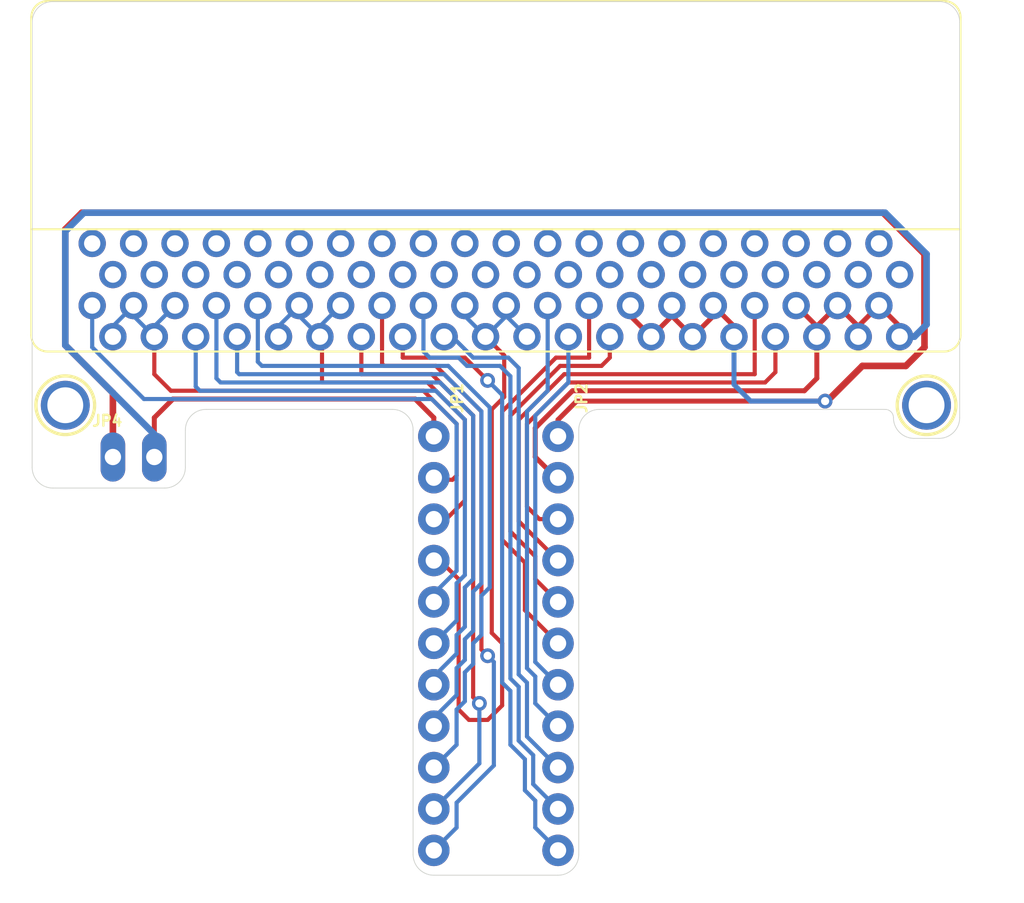
<source format=kicad_pcb>
(kicad_pcb (version 20221018) (generator pcbnew)
  (layers (0 "F.Cu" signal) (31 "B.Cu" signal) (34 "B.Paste" user) (35 "F.Paste" user) (36 "B.SilkS" user "B.Silkscreen") (37 "F.SilkS" user "F.Silkscreen") (38 "B.Mask" user) (39 "F.Mask" user) (44 "Edge.Cuts" user))
  (net 0 "")
  (net 1 "P3")
  (net 2 "P0")
  (net 3 "P4")
  (net 4 "P5")
  (net 5 "P6")
  (net 6 "P7")
  (net 7 "P1")
  (net 8 "P8")
  (net 9 "P9")
  (net 10 "P10")
  (net 11 "P11")
  (net 12 "P12")
  (net 13 "P2")
  (net 14 "P13")
  (net 15 "P14")
  (net 16 "P15")
  (net 17 "P16")
  (net 18 "SCL")
  (net 19 "SDA")
  (net 20 "3.3V")
  (net 21 "GND")
  (footprint "working:1X11_ROUND_76" (layer "F.Cu") (at 144.6911 117.5766 -90)
    (fp_text reference "JP1" (at -14.0462 -1.8288 -90) (layer "F.SilkS") (effects (font (size 0.666496 0.666496) (thickness 0.146304)) (justify left bottom)))
    (fp_text value "")
    (pad "1" thru_hole circle (at -12.7 0) (size 1.9304 1.9304) (drill 1) (layers "*.Cu" "*.Mask") (net 21 "GND"))
    (pad "2" thru_hole circle (at -10.16 0) (size 1.9304 1.9304) (drill 1) (layers "*.Cu" "*.Mask") (net 2 "P0"))
    (pad "3" thru_hole circle (at -7.62 0) (size 1.9304 1.9304) (drill 1) (layers "*.Cu" "*.Mask") (net 7 "P1"))
    (pad "4" thru_hole circle (at -5.08 0) (size 1.9304 1.9304) (drill 1) (layers "*.Cu" "*.Mask") (net 13 "P2"))
    (pad "5" thru_hole circle (at -2.54 0) (size 1.9304 1.9304) (drill 1) (layers "*.Cu" "*.Mask") (net 1 "P3"))
    (pad "6" thru_hole circle (at 0 0) (size 1.9304 1.9304) (drill 1) (layers "*.Cu" "*.Mask") (net 3 "P4"))
    (pad "7" thru_hole circle (at 2.54 0) (size 1.9304 1.9304) (drill 1) (layers "*.Cu" "*.Mask") (net 4 "P5"))
    (pad "8" thru_hole circle (at 5.08 0) (size 1.9304 1.9304) (drill 1) (layers "*.Cu" "*.Mask") (net 5 "P6"))
    (pad "9" thru_hole circle (at 7.62 0) (size 1.9304 1.9304) (drill 1) (layers "*.Cu" "*.Mask") (net 6 "P7"))
    (pad "10" thru_hole circle (at 10.16 0) (size 1.9304 1.9304) (drill 1) (layers "*.Cu" "*.Mask") (net 8 "P8"))
    (pad "11" thru_hole circle (at 12.7 0) (size 1.9304 1.9304) (drill 1) (layers "*.Cu" "*.Mask") (net 9 "P9"))
  )
  (footprint "working:1X02_OVAL" (layer "F.Cu") (at 126.2761 106.1466)
    (fp_text reference "JP4" (at -2.6162 -1.8288) (layer "F.SilkS") (effects (font (size 0.666496 0.666496) (thickness 0.146304)) (justify left bottom)))
    (fp_text value "")
    (pad "1" thru_hole oval (at -1.27 0 90) (size 3.016 1.508) (drill 1) (layers "*.Cu" "*.Mask") (net 20 "3.3V"))
    (pad "2" thru_hole oval (at 1.27 0 90) (size 3.016 1.508) (drill 1) (layers "*.Cu" "*.Mask") (net 21 "GND"))
  )
  (footprint "working:TBREADBIT_TOP" (layer "F.Cu") (at 120.0531 131.8006)
    (fp_text reference "U$6" hide)
    (fp_text value "" hide)
  )
  (footprint "working:MOUNTINGHOLE_2.0_PLATED" (layer "F.Cu") (at 122.0851 102.9716)
    (fp_text reference "U$10" hide)
    (fp_text value "MOUNTINGHOLE2.0" hide)
    (fp_circle (center 0 0) (end 1.8 0) (stroke (width 0.2032)) (fill none) (layer "F.SilkS"))
    (pad "P$1" thru_hole circle (at 0 0) (size 3 3) (drill 2.2) (layers "*.Cu" "*.Mask"))
  )
  (footprint "working:2X20_CARDEDGE_RA" (layer "F.Cu") (at 148.5011 92.1766)
    (fp_text reference "MB1" hide)
    (fp_text value "MICRO:BIT_RA" hide)
    (fp_line (start -28.5 -13) (end -28.5 0) (stroke (width 0.127)) (layer "F.SilkS"))
    (fp_line (start -28.5 0) (end -28.5 6.5) (stroke (width 0.127)) (layer "F.SilkS"))
    (fp_line (start -28.5 0) (end 28.5 0) (stroke (width 0.127)) (layer "F.SilkS"))
    (fp_line (start -27.5 7.5) (end 27.5 7.5) (stroke (width 0.127)) (layer "F.SilkS"))
    (fp_line (start 27.5 -14) (end -27.5 -14) (stroke (width 0.127)) (layer "F.SilkS"))
    (fp_line (start 28.5 0) (end 28.5 -13) (stroke (width 0.127)) (layer "F.SilkS"))
    (fp_line (start 28.5 6.5) (end 28.5 0) (stroke (width 0.127)) (layer "F.SilkS"))
    (fp_arc (start -28.5 -13) (mid -28.207107 -13.707107) (end -27.5 -14) (stroke (width 0.127)) (layer "F.SilkS"))
    (fp_arc (start -27.5 7.5) (mid -28.207107 7.207107) (end -28.5 6.5) (stroke (width 0.127)) (layer "F.SilkS"))
    (fp_arc (start 27.5 -14) (mid 28.207107 -13.707107) (end 28.5 -13) (stroke (width 0.127)) (layer "F.SilkS"))
    (fp_arc (start 28.5 6.5) (mid 28.207107 7.207107) (end 27.5 7.5) (stroke (width 0.127)) (layer "F.SilkS"))
    (pad "1" thru_hole circle (at -24.765 4.68) (size 1.6764 1.6764) (drill 1) (layers "*.Cu" "*.Mask") (net 1 "P3"))
    (pad "2" thru_hole circle (at -23.495 6.59) (size 1.6764 1.6764) (drill 1) (layers "*.Cu" "*.Mask") (net 2 "P0"))
    (pad "3" thru_hole circle (at -22.225 4.68) (size 1.6764 1.6764) (drill 1) (layers "*.Cu" "*.Mask") (net 2 "P0"))
    (pad "4" thru_hole circle (at -20.955 6.59) (size 1.6764 1.6764) (drill 1) (layers "*.Cu" "*.Mask") (net 2 "P0"))
    (pad "5" thru_hole circle (at -19.685 4.68) (size 1.6764 1.6764) (drill 1) (layers "*.Cu" "*.Mask") (net 2 "P0"))
    (pad "6" thru_hole circle (at -18.415 6.59) (size 1.6764 1.6764) (drill 1) (layers "*.Cu" "*.Mask") (net 3 "P4"))
    (pad "7" thru_hole circle (at -17.145 4.68) (size 1.6764 1.6764) (drill 1) (layers "*.Cu" "*.Mask") (net 4 "P5"))
    (pad "8" thru_hole circle (at -15.875 6.59) (size 1.6764 1.6764) (drill 1) (layers "*.Cu" "*.Mask") (net 5 "P6"))
    (pad "9" thru_hole circle (at -14.605 4.68) (size 1.6764 1.6764) (drill 1) (layers "*.Cu" "*.Mask") (net 6 "P7"))
    (pad "10" thru_hole circle (at -13.335 6.59) (size 1.6764 1.6764) (drill 1) (layers "*.Cu" "*.Mask") (net 7 "P1"))
    (pad "11" thru_hole circle (at -12.065 4.68) (size 1.6764 1.6764) (drill 1) (layers "*.Cu" "*.Mask") (net 7 "P1"))
    (pad "12" thru_hole circle (at -10.795 6.59) (size 1.6764 1.6764) (drill 1) (layers "*.Cu" "*.Mask") (net 7 "P1"))
    (pad "13" thru_hole circle (at -9.525 4.68) (size 1.6764 1.6764) (drill 1) (layers "*.Cu" "*.Mask") (net 7 "P1"))
    (pad "14" thru_hole circle (at -8.255 6.59) (size 1.6764 1.6764) (drill 1) (layers "*.Cu" "*.Mask") (net 8 "P8"))
    (pad "15" thru_hole circle (at -6.985 4.68) (size 1.6764 1.6764) (drill 1) (layers "*.Cu" "*.Mask") (net 9 "P9"))
    (pad "16" thru_hole circle (at -5.715 6.59) (size 1.6764 1.6764) (drill 1) (layers "*.Cu" "*.Mask") (net 10 "P10"))
    (pad "17" thru_hole circle (at -4.445 4.68) (size 1.6764 1.6764) (drill 1) (layers "*.Cu" "*.Mask") (net 11 "P11"))
    (pad "18" thru_hole circle (at -3.175 6.59) (size 1.6764 1.6764) (drill 1) (layers "*.Cu" "*.Mask") (net 12 "P12"))
    (pad "19" thru_hole circle (at -1.905 4.68) (size 1.6764 1.6764) (drill 1) (layers "*.Cu" "*.Mask") (net 13 "P2"))
    (pad "20" thru_hole circle (at -0.635 6.59) (size 1.6764 1.6764) (drill 1) (layers "*.Cu" "*.Mask") (net 13 "P2"))
    (pad "21" thru_hole circle (at 0.635 4.68) (size 1.6764 1.6764) (drill 1) (layers "*.Cu" "*.Mask") (net 13 "P2"))
    (pad "22" thru_hole circle (at 1.905 6.59) (size 1.6764 1.6764) (drill 1) (layers "*.Cu" "*.Mask") (net 13 "P2"))
    (pad "23" thru_hole circle (at 3.175 4.68) (size 1.6764 1.6764) (drill 1) (layers "*.Cu" "*.Mask") (net 14 "P13"))
    (pad "24" thru_hole circle (at 4.445 6.59) (size 1.6764 1.6764) (drill 1) (layers "*.Cu" "*.Mask") (net 15 "P14"))
    (pad "25" thru_hole circle (at 5.715 4.68) (size 1.6764 1.6764) (drill 1) (layers "*.Cu" "*.Mask") (net 16 "P15"))
    (pad "26" thru_hole circle (at 6.985 6.59) (size 1.6764 1.6764) (drill 1) (layers "*.Cu" "*.Mask") (net 17 "P16"))
    (pad "27" thru_hole circle (at 8.255 4.68) (size 1.6764 1.6764) (drill 1) (layers "*.Cu" "*.Mask") (net 20 "3.3V"))
    (pad "28" thru_hole circle (at 9.525 6.59) (size 1.6764 1.6764) (drill 1) (layers "*.Cu" "*.Mask") (net 20 "3.3V"))
    (pad "29" thru_hole circle (at 10.795 4.68) (size 1.6764 1.6764) (drill 1) (layers "*.Cu" "*.Mask") (net 20 "3.3V"))
    (pad "30" thru_hole circle (at 12.065 6.59) (size 1.6764 1.6764) (drill 1) (layers "*.Cu" "*.Mask") (net 20 "3.3V"))
    (pad "31" thru_hole circle (at 13.335 4.68) (size 1.6764 1.6764) (drill 1) (layers "*.Cu" "*.Mask") (net 20 "3.3V"))
    (pad "32" thru_hole circle (at 14.605 6.59) (size 1.6764 1.6764) (drill 1) (layers "*.Cu" "*.Mask") (net 20 "3.3V"))
    (pad "33" thru_hole circle (at 15.875 4.68) (size 1.6764 1.6764) (drill 1) (layers "*.Cu" "*.Mask") (net 18 "SCL"))
    (pad "34" thru_hole circle (at 17.145 6.59) (size 1.6764 1.6764) (drill 1) (layers "*.Cu" "*.Mask") (net 19 "SDA"))
    (pad "35" thru_hole circle (at 18.415 4.68) (size 1.6764 1.6764) (drill 1) (layers "*.Cu" "*.Mask") (net 21 "GND"))
    (pad "36" thru_hole circle (at 19.685 6.59) (size 1.6764 1.6764) (drill 1) (layers "*.Cu" "*.Mask") (net 21 "GND"))
    (pad "37" thru_hole circle (at 20.955 4.68) (size 1.6764 1.6764) (drill 1) (layers "*.Cu" "*.Mask") (net 21 "GND"))
    (pad "38" thru_hole circle (at 22.225 6.59) (size 1.6764 1.6764) (drill 1) (layers "*.Cu" "*.Mask") (net 21 "GND"))
    (pad "39" thru_hole circle (at 23.495 4.68) (size 1.6764 1.6764) (drill 1) (layers "*.Cu" "*.Mask") (net 21 "GND"))
    (pad "40" thru_hole circle (at 24.765 6.59) (size 1.6764 1.6764) (drill 1) (layers "*.Cu" "*.Mask") (net 21 "GND"))
    (pad "41" thru_hole circle (at 24.765 2.78 180) (size 1.6764 1.6764) (drill 1) (layers "*.Cu" "*.Mask"))
    (pad "42" thru_hole circle (at 23.495 0.87 180) (size 1.6764 1.6764) (drill 1) (layers "*.Cu" "*.Mask"))
    (pad "43" thru_hole circle (at 22.225 2.78 180) (size 1.6764 1.6764) (drill 1) (layers "*.Cu" "*.Mask"))
    (pad "44" thru_hole circle (at 20.955 0.87 180) (size 1.6764 1.6764) (drill 1) (layers "*.Cu" "*.Mask"))
    (pad "45" thru_hole circle (at 19.685 2.78 180) (size 1.6764 1.6764) (drill 1) (layers "*.Cu" "*.Mask"))
    (pad "46" thru_hole circle (at 18.415 0.87 180) (size 1.6764 1.6764) (drill 1) (layers "*.Cu" "*.Mask"))
    (pad "47" thru_hole circle (at 17.145 2.78 180) (size 1.6764 1.6764) (drill 1) (layers "*.Cu" "*.Mask"))
    (pad "48" thru_hole circle (at 15.875 0.87 180) (size 1.6764 1.6764) (drill 1) (layers "*.Cu" "*.Mask"))
    (pad "49" thru_hole circle (at 14.605 2.78 180) (size 1.6764 1.6764) (drill 1) (layers "*.Cu" "*.Mask"))
    (pad "50" thru_hole circle (at 13.335 0.87 180) (size 1.6764 1.6764) (drill 1) (layers "*.Cu" "*.Mask"))
    (pad "51" thru_hole circle (at 12.065 2.78 180) (size 1.6764 1.6764) (drill 1) (layers "*.Cu" "*.Mask"))
    (pad "52" thru_hole circle (at 10.795 0.87 180) (size 1.6764 1.6764) (drill 1) (layers "*.Cu" "*.Mask"))
    (pad "53" thru_hole circle (at 9.525 2.78 180) (size 1.6764 1.6764) (drill 1) (layers "*.Cu" "*.Mask"))
    (pad "54" thru_hole circle (at 8.255 0.87 180) (size 1.6764 1.6764) (drill 1) (layers "*.Cu" "*.Mask"))
    (pad "55" thru_hole circle (at 6.985 2.78 180) (size 1.6764 1.6764) (drill 1) (layers "*.Cu" "*.Mask"))
    (pad "56" thru_hole circle (at 5.715 0.87 180) (size 1.6764 1.6764) (drill 1) (layers "*.Cu" "*.Mask"))
    (pad "57" thru_hole circle (at 4.445 2.78 180) (size 1.6764 1.6764) (drill 1) (layers "*.Cu" "*.Mask"))
    (pad "58" thru_hole circle (at 3.175 0.87 180) (size 1.6764 1.6764) (drill 1) (layers "*.Cu" "*.Mask"))
    (pad "59" thru_hole circle (at 1.905 2.78 180) (size 1.6764 1.6764) (drill 1) (layers "*.Cu" "*.Mask"))
    (pad "60" thru_hole circle (at 0.635 0.87 180) (size 1.6764 1.6764) (drill 1) (layers "*.Cu" "*.Mask"))
    (pad "61" thru_hole circle (at -0.635 2.78 180) (size 1.6764 1.6764) (drill 1) (layers "*.Cu" "*.Mask"))
    (pad "62" thru_hole circle (at -1.905 0.87 180) (size 1.6764 1.6764) (drill 1) (layers "*.Cu" "*.Mask"))
    (pad "63" thru_hole circle (at -3.175 2.78 180) (size 1.6764 1.6764) (drill 1) (layers "*.Cu" "*.Mask"))
    (pad "64" thru_hole circle (at -4.445 0.87 180) (size 1.6764 1.6764) (drill 1) (layers "*.Cu" "*.Mask"))
    (pad "65" thru_hole circle (at -5.715 2.78 180) (size 1.6764 1.6764) (drill 1) (layers "*.Cu" "*.Mask"))
    (pad "66" thru_hole circle (at -6.985 0.87 180) (size 1.6764 1.6764) (drill 1) (layers "*.Cu" "*.Mask"))
    (pad "67" thru_hole circle (at -8.255 2.78 180) (size 1.6764 1.6764) (drill 1) (layers "*.Cu" "*.Mask"))
    (pad "68" thru_hole circle (at -9.525 0.87 180) (size 1.6764 1.6764) (drill 1) (layers "*.Cu" "*.Mask"))
    (pad "69" thru_hole circle (at -10.795 2.78 180) (size 1.6764 1.6764) (drill 1) (layers "*.Cu" "*.Mask"))
    (pad "70" thru_hole circle (at -12.065 0.87 180) (size 1.6764 1.6764) (drill 1) (layers "*.Cu" "*.Mask"))
    (pad "71" thru_hole circle (at -13.335 2.78 180) (size 1.6764 1.6764) (drill 1) (layers "*.Cu" "*.Mask"))
    (pad "72" thru_hole circle (at -14.605 0.87 180) (size 1.6764 1.6764) (drill 1) (layers "*.Cu" "*.Mask"))
    (pad "73" thru_hole circle (at -15.875 2.78 180) (size 1.6764 1.6764) (drill 1) (layers "*.Cu" "*.Mask"))
    (pad "74" thru_hole circle (at -17.145 0.87 180) (size 1.6764 1.6764) (drill 1) (layers "*.Cu" "*.Mask"))
    (pad "75" thru_hole circle (at -18.415 2.78 180) (size 1.6764 1.6764) (drill 1) (layers "*.Cu" "*.Mask"))
    (pad "76" thru_hole circle (at -19.685 0.87 180) (size 1.6764 1.6764) (drill 1) (layers "*.Cu" "*.Mask"))
    (pad "77" thru_hole circle (at -20.955 2.78 180) (size 1.6764 1.6764) (drill 1) (layers "*.Cu" "*.Mask"))
    (pad "78" thru_hole circle (at -22.225 0.87 180) (size 1.6764 1.6764) (drill 1) (layers "*.Cu" "*.Mask"))
    (pad "79" thru_hole circle (at -23.495 2.78 180) (size 1.6764 1.6764) (drill 1) (layers "*.Cu" "*.Mask"))
    (pad "80" thru_hole circle (at -24.765 0.87 180) (size 1.6764 1.6764) (drill 1) (layers "*.Cu" "*.Mask"))
  )
  (footprint "working:1X11_ROUND_76" (layer "F.Cu") (at 152.3111 117.5766 -90)
    (fp_text reference "JP2" (at -14.0462 -1.8288 -90) (layer "F.SilkS") (effects (font (size 0.666496 0.666496) (thickness 0.146304)) (justify left bottom)))
    (fp_text value "")
    (pad "1" thru_hole circle (at -12.7 0) (size 1.9304 1.9304) (drill 1) (layers "*.Cu" "*.Mask") (net 20 "3.3V"))
    (pad "2" thru_hole circle (at -10.16 0) (size 1.9304 1.9304) (drill 1) (layers "*.Cu" "*.Mask") (net 21 "GND"))
    (pad "3" thru_hole circle (at -7.62 0) (size 1.9304 1.9304) (drill 1) (layers "*.Cu" "*.Mask") (net 19 "SDA"))
    (pad "4" thru_hole circle (at -5.08 0) (size 1.9304 1.9304) (drill 1) (layers "*.Cu" "*.Mask") (net 18 "SCL"))
    (pad "5" thru_hole circle (at -2.54 0) (size 1.9304 1.9304) (drill 1) (layers "*.Cu" "*.Mask") (net 17 "P16"))
    (pad "6" thru_hole circle (at 0 0) (size 1.9304 1.9304) (drill 1) (layers "*.Cu" "*.Mask") (net 16 "P15"))
    (pad "7" thru_hole circle (at 2.54 0) (size 1.9304 1.9304) (drill 1) (layers "*.Cu" "*.Mask") (net 15 "P14"))
    (pad "8" thru_hole circle (at 5.08 0) (size 1.9304 1.9304) (drill 1) (layers "*.Cu" "*.Mask") (net 14 "P13"))
    (pad "9" thru_hole circle (at 7.62 0) (size 1.9304 1.9304) (drill 1) (layers "*.Cu" "*.Mask") (net 12 "P12"))
    (pad "10" thru_hole circle (at 10.16 0) (size 1.9304 1.9304) (drill 1) (layers "*.Cu" "*.Mask") (net 11 "P11"))
    (pad "11" thru_hole circle (at 12.7 0) (size 1.9304 1.9304) (drill 1) (layers "*.Cu" "*.Mask") (net 10 "P10"))
  )
  (footprint "working:MOUNTINGHOLE_2.0_PLATED" (layer "F.Cu") (at 174.9171 102.9716)
    (fp_text reference "U$9" hide)
    (fp_text value "MOUNTINGHOLE2.0" hide)
    (fp_circle (center 0 0) (end 1.8 0) (stroke (width 0.2032)) (fill none) (layer "F.SilkS"))
    (pad "P$1" thru_hole circle (at 0 0) (size 3 3) (drill 2.2) (layers "*.Cu" "*.Mask"))
  )
  (footprint "working:TBREADBIT_BOT" (layer "B.Cu") (at 176.9491 131.8006 180)
    (fp_text reference "U$3" hide)
    (fp_text value "" hide)
  )
  (gr_line (start 128.1811 108.0516) (end 121.3231 108.0516) (stroke (width 0.05)) (layer "Edge.Cuts"))
  (gr_arc (start 176.9491 103.7336) (mid 176.577126 104.631626) (end 175.6791 105.0036) (stroke (width 0.05)) (layer "Edge.Cuts"))
  (gr_arc (start 121.3231 108.0516) (mid 120.425074 107.679626) (end 120.0531 106.7816) (stroke (width 0.05)) (layer "Edge.Cuts"))
  (gr_arc (start 153.5811 104.4956) (mid 153.953074 103.597574) (end 154.8511 103.2256) (stroke (width 0.05)) (layer "Edge.Cuts"))
  (gr_line (start 153.5811 104.4956) (end 153.5811 130.5306) (stroke (width 0.05)) (layer "Edge.Cuts"))
  (gr_line (start 175.6791 105.0036) (end 174.1551 105.0036) (stroke (width 0.05)) (layer "Edge.Cuts"))
  (gr_line (start 120.0531 106.7816) (end 120.0531 79.4766) (stroke (width 0.05)) (layer "Edge.Cuts"))
  (gr_arc (start 174.1551 105.0036) (mid 173.257074 104.631626) (end 172.8851 103.7336) (stroke (width 0.05)) (layer "Edge.Cuts"))
  (gr_arc (start 142.1511 103.2256) (mid 143.049126 103.597574) (end 143.4211 104.4956) (stroke (width 0.05)) (layer "Edge.Cuts"))
  (gr_arc (start 144.6911 131.8006) (mid 143.793074 131.428626) (end 143.4211 130.5306) (stroke (width 0.05)) (layer "Edge.Cuts"))
  (gr_arc (start 120.0531 79.4766) (mid 120.425074 78.578574) (end 121.3231 78.2066) (stroke (width 0.05)) (layer "Edge.Cuts"))
  (gr_line (start 143.4211 130.5306) (end 143.4211 104.4956) (stroke (width 0.05)) (layer "Edge.Cuts"))
  (gr_arc (start 129.4511 106.7816) (mid 129.079126 107.679626) (end 128.1811 108.0516) (stroke (width 0.05)) (layer "Edge.Cuts"))
  (gr_line (start 129.4511 104.4956) (end 129.4511 106.7816) (stroke (width 0.05)) (layer "Edge.Cuts"))
  (gr_line (start 176.9491 79.4766) (end 176.9491 103.7336) (stroke (width 0.05)) (layer "Edge.Cuts"))
  (gr_arc (start 175.6791 78.2066) (mid 176.577126 78.578574) (end 176.9491 79.4766) (stroke (width 0.05)) (layer "Edge.Cuts"))
  (gr_line (start 152.3111 131.8006) (end 144.6911 131.8006) (stroke (width 0.05)) (layer "Edge.Cuts"))
  (gr_arc (start 172.3771 103.2256) (mid 172.73631 103.37439) (end 172.8851 103.7336) (stroke (width 0.05)) (layer "Edge.Cuts"))
  (gr_line (start 172.3771 103.2256) (end 154.8511 103.2256) (stroke (width 0.05)) (layer "Edge.Cuts"))
  (gr_line (start 142.1511 103.2256) (end 130.7211 103.2256) (stroke (width 0.05)) (layer "Edge.Cuts"))
  (gr_arc (start 153.5811 130.5306) (mid 153.209126 131.428626) (end 152.3111 131.8006) (stroke (width 0.05)) (layer "Edge.Cuts"))
  (gr_arc (start 129.4511 104.4956) (mid 129.823074 103.597574) (end 130.7211 103.2256) (stroke (width 0.05)) (layer "Edge.Cuts"))
  (gr_line (start 121.3231 78.2066) (end 175.6791 78.2066) (stroke (width 0.05)) (layer "Edge.Cuts"))
  (segment (start 146.0881 113.1316) (end 144.6911 114.5286) (width 0.254) (layer "B.Cu") (net 1))
  (segment (start 123.7361 96.8566) (end 123.7361 99.4156) (width 0.254) (layer "B.Cu") (net 1))
  (segment (start 144.5641 102.5906) (end 146.0881 104.1146) (width 0.254) (layer "B.Cu") (net 1))
  (segment (start 123.7361 99.4156) (end 126.9111 102.5906) (width 0.254) (layer "B.Cu") (net 1))
  (segment (start 126.9111 102.5906) (end 144.5641 102.5906) (width 0.254) (layer "B.Cu") (net 1))
  (segment (start 144.6911 114.5286) (end 144.6911 115.0366) (width 0.254) (layer "B.Cu") (net 1))
  (segment (start 146.0881 104.1146) (end 146.0881 113.1316) (width 0.254) (layer "B.Cu") (net 1))
  (segment (start 146.0881 107.2896) (end 145.8341 107.5436) (width 0.254) (layer "F.Cu") (net 2))
  (segment (start 144.8181 107.5436) (end 144.6911 107.4166) (width 0.254) (layer "F.Cu") (net 2))
  (segment (start 128.5621 102.0826) (end 144.0561 102.0826) (width 0.254) (layer "F.Cu") (net 2))
  (segment (start 146.0881 104.1146) (end 146.0881 107.2896) (width 0.254) (layer "F.Cu") (net 2))
  (segment (start 145.8341 107.5436) (end 144.8181 107.5436) (width 0.254) (layer "F.Cu") (net 2))
  (segment (start 127.5461 98.7666) (end 127.5461 101.0666) (width 0.254) (layer "F.Cu") (net 2))
  (segment (start 144.0561 102.0826) (end 146.0881 104.1146) (width 0.254) (layer "F.Cu") (net 2))
  (segment (start 127.5461 101.0666) (end 128.5621 102.0826) (width 0.254) (layer "F.Cu") (net 2))
  (segment (start 125.0061 98.1266) (end 126.2761 96.8566) (width 0.254) (layer "B.Cu") (net 2))
  (segment (start 127.5461 98.7666) (end 127.5461 98.1266) (width 0.254) (layer "B.Cu") (net 2))
  (segment (start 126.2761 97.4966) (end 127.5461 98.7666) (width 0.254) (layer "B.Cu") (net 2))
  (segment (start 126.2761 96.8566) (end 126.2761 97.4966) (width 0.254) (layer "B.Cu") (net 2))
  (segment (start 127.5461 98.1266) (end 128.8161 96.8566) (width 0.254) (layer "B.Cu") (net 2))
  (segment (start 125.0061 98.7666) (end 125.0061 98.1266) (width 0.254) (layer "B.Cu") (net 2))
  (segment (start 130.3401 102.0826) (end 144.8181 102.0826) (width 0.254) (layer "B.Cu") (net 3))
  (segment (start 130.0861 101.8286) (end 130.3401 102.0826) (width 0.254) (layer "B.Cu") (net 3))
  (segment (start 146.0881 113.8936) (end 146.0881 116.1796) (width 0.254) (layer "B.Cu") (net 3))
  (segment (start 146.5961 113.3856) (end 146.0881 113.8936) (width 0.254) (layer "B.Cu") (net 3))
  (segment (start 144.8181 102.0826) (end 146.5961 103.8606) (width 0.254) (layer "B.Cu") (net 3))
  (segment (start 146.5961 103.8606) (end 146.5961 113.3856) (width 0.254) (layer "B.Cu") (net 3))
  (segment (start 130.0861 98.7666) (end 130.0861 101.8286) (width 0.254) (layer "B.Cu") (net 3))
  (segment (start 146.0881 116.1796) (end 144.6911 117.5766) (width 0.254) (layer "B.Cu") (net 3))
  (segment (start 131.6101 101.5746) (end 145.0721 101.5746) (width 0.254) (layer "B.Cu") (net 4))
  (segment (start 146.5961 114.1476) (end 146.5961 116.5606) (width 0.254) (layer "B.Cu") (net 4))
  (segment (start 146.0881 117.0686) (end 146.0881 118.2116) (width 0.254) (layer "B.Cu") (net 4))
  (segment (start 144.6911 119.6086) (end 144.6911 120.1166) (width 0.254) (layer "B.Cu") (net 4))
  (segment (start 147.1041 113.6396) (end 146.5961 114.1476) (width 0.254) (layer "B.Cu") (net 4))
  (segment (start 146.5961 116.5606) (end 146.0881 117.0686) (width 0.254) (layer "B.Cu") (net 4))
  (segment (start 145.0721 101.5746) (end 147.1041 103.6066) (width 0.254) (layer "B.Cu") (net 4))
  (segment (start 147.1041 103.6066) (end 147.1041 113.6396) (width 0.254) (layer "B.Cu") (net 4))
  (segment (start 131.3561 96.8566) (end 131.3561 101.3206) (width 0.254) (layer "B.Cu") (net 4))
  (segment (start 131.3561 101.3206) (end 131.6101 101.5746) (width 0.254) (layer "B.Cu") (net 4))
  (segment (start 146.0881 118.2116) (end 144.6911 119.6086) (width 0.254) (layer "B.Cu") (net 4))
  (segment (start 132.7531 101.0666) (end 145.3261 101.0666) (width 0.254) (layer "B.Cu") (net 5))
  (segment (start 132.6261 100.9396) (end 132.7531 101.0666) (width 0.254) (layer "B.Cu") (net 5))
  (segment (start 145.3261 101.0666) (end 147.6121 103.3526) (width 0.254) (layer "B.Cu") (net 5))
  (segment (start 147.1041 116.8146) (end 146.5961 117.3226) (width 0.254) (layer "B.Cu") (net 5))
  (segment (start 146.0881 119.1006) (end 146.0881 120.7516) (width 0.254) (layer "B.Cu") (net 5))
  (segment (start 147.6121 113.8936) (end 147.1041 114.4016) (width 0.254) (layer "B.Cu") (net 5))
  (segment (start 147.1041 114.4016) (end 147.1041 116.8146) (width 0.254) (layer "B.Cu") (net 5))
  (segment (start 146.5961 118.5926) (end 146.0881 119.1006) (width 0.254) (layer "B.Cu") (net 5))
  (segment (start 144.6911 122.1486) (end 144.6911 122.6566) (width 0.254) (layer "B.Cu") (net 5))
  (segment (start 146.0881 120.7516) (end 144.6911 122.1486) (width 0.254) (layer "B.Cu") (net 5))
  (segment (start 147.6121 103.3526) (end 147.6121 113.8936) (width 0.254) (layer "B.Cu") (net 5))
  (segment (start 132.6261 98.7666) (end 132.6261 100.9396) (width 0.254) (layer "B.Cu") (net 5))
  (segment (start 146.5961 117.3226) (end 146.5961 118.5926) (width 0.254) (layer "B.Cu") (net 5))
  (segment (start 146.5961 119.3546) (end 146.5961 121.1326) (width 0.254) (layer "B.Cu") (net 6))
  (segment (start 146.0881 123.7996) (end 144.6911 125.1966) (width 0.254) (layer "B.Cu") (net 6))
  (segment (start 147.6121 114.6556) (end 147.6121 117.0686) (width 0.254) (layer "B.Cu") (net 6))
  (segment (start 147.1041 117.5766) (end 147.1041 118.8466) (width 0.254) (layer "B.Cu") (net 6))
  (segment (start 147.6121 117.0686) (end 147.1041 117.5766) (width 0.254) (layer "B.Cu") (net 6))
  (segment (start 147.1041 118.8466) (end 146.5961 119.3546) (width 0.254) (layer "B.Cu") (net 6))
  (segment (start 133.8961 96.8566) (end 133.8961 100.3046) (width 0.254) (layer "B.Cu") (net 6))
  (segment (start 134.1501 100.5586) (end 145.5801 100.5586) (width 0.254) (layer "B.Cu") (net 6))
  (segment (start 133.8961 100.3046) (end 134.1501 100.5586) (width 0.254) (layer "B.Cu") (net 6))
  (segment (start 146.0881 121.6406) (end 146.0881 123.7996) (width 0.254) (layer "B.Cu") (net 6))
  (segment (start 148.1201 103.0986) (end 148.1201 114.1476) (width 0.254) (layer "B.Cu") (net 6))
  (segment (start 146.5961 121.1326) (end 146.0881 121.6406) (width 0.254) (layer "B.Cu") (net 6))
  (segment (start 145.5801 100.5586) (end 148.1201 103.0986) (width 0.254) (layer "B.Cu") (net 6))
  (segment (start 148.1201 114.1476) (end 147.6121 114.6556) (width 0.254) (layer "B.Cu") (net 6))
  (segment (start 145.4531 109.9566) (end 146.5961 108.8136) (width 0.254) (layer "F.Cu") (net 7))
  (segment (start 146.5961 108.8136) (end 146.5961 103.8606) (width 0.254) (layer "F.Cu") (net 7))
  (segment (start 144.6911 109.9566) (end 145.4531 109.9566) (width 0.254) (layer "F.Cu") (net 7))
  (segment (start 137.8331 101.5746) (end 137.8331 98.8936) (width 0.254) (layer "F.Cu") (net 7))
  (segment (start 146.5961 103.8606) (end 144.3101 101.5746) (width 0.254) (layer "F.Cu") (net 7))
  (segment (start 137.8331 98.8936) (end 137.7061 98.7666) (width 0.254) (layer "F.Cu") (net 7))
  (segment (start 144.3101 101.5746) (end 137.8331 101.5746) (width 0.254) (layer "F.Cu") (net 7))
  (segment (start 137.7061 98.7666) (end 137.7061 98.1266) (width 0.254) (layer "B.Cu") (net 7))
  (segment (start 136.4361 96.8566) (end 136.4361 97.4966) (width 0.254) (layer "B.Cu") (net 7))
  (segment (start 135.1661 98.1266) (end 136.4361 96.8566) (width 0.254) (layer "B.Cu") (net 7))
  (segment (start 135.1661 98.7666) (end 135.1661 98.1266) (width 0.254) (layer "B.Cu") (net 7))
  (segment (start 136.4361 97.4966) (end 137.7061 98.7666) (width 0.254) (layer "B.Cu") (net 7))
  (segment (start 137.7061 98.1266) (end 138.9761 96.8566) (width 0.254) (layer "B.Cu") (net 7))
  (segment (start 140.2461 101.0666) (end 144.5641 101.0666) (width 0.254) (layer "F.Cu") (net 8))
  (segment (start 147.1041 103.6066) (end 147.1041 120.8786) (width 0.254) (layer "F.Cu") (net 8))
  (segment (start 147.1041 120.8786) (end 147.4851 121.2596) (width 0.254) (layer "F.Cu") (net 8))
  (segment (start 140.2461 98.7666) (end 140.2461 101.0666) (width 0.254) (layer "F.Cu") (net 8))
  (segment (start 144.5641 101.0666) (end 147.1041 103.6066) (width 0.254) (layer "F.Cu") (net 8))
  (via (at 147.4851 121.2596) (size 0.9064) (drill 0.5) (layers "F.Cu" "B.Cu") (net 8))
  (segment (start 147.4851 124.9426) (end 144.6911 127.7366) (width 0.254) (layer "B.Cu") (net 8))
  (segment (start 147.4851 121.2596) (end 147.4851 124.9426) (width 0.254) (layer "B.Cu") (net 8))
  (segment (start 141.5161 100.4316) (end 141.6431 100.5586) (width 0.254) (layer "F.Cu") (net 9))
  (segment (start 141.6431 100.5586) (end 144.8181 100.5586) (width 0.254) (layer "F.Cu") (net 9))
  (segment (start 144.8181 100.5586) (end 147.6121 103.3526) (width 0.254) (layer "F.Cu") (net 9))
  (segment (start 147.6121 117.9576) (end 147.9931 118.3386) (width 0.254) (layer "F.Cu") (net 9))
  (segment (start 147.6121 103.3526) (end 147.6121 117.9576) (width 0.254) (layer "F.Cu") (net 9))
  (segment (start 141.5161 96.8566) (end 141.5161 100.4316) (width 0.254) (layer "F.Cu") (net 9))
  (via (at 147.9931 118.3386) (size 0.9064) (drill 0.5) (layers "F.Cu" "B.Cu") (net 9))
  (segment (start 146.0881 128.8796) (end 144.6911 130.2766) (width 0.254) (layer "B.Cu") (net 9))
  (segment (start 146.0881 127.3556) (end 146.0881 128.8796) (width 0.254) (layer "B.Cu") (net 9))
  (segment (start 147.9931 118.3386) (end 148.3741 118.7196) (width 0.254) (layer "B.Cu") (net 9))
  (segment (start 148.3741 125.0696) (end 146.0881 127.3556) (width 0.254) (layer "B.Cu") (net 9))
  (segment (start 148.3741 118.7196) (end 148.3741 125.0696) (width 0.254) (layer "B.Cu") (net 9))
  (segment (start 142.7861 100.0506) (end 146.5961 100.0506) (width 0.254) (layer "F.Cu") (net 10))
  (segment (start 142.7861 98.7666) (end 142.7861 100.0506) (width 0.254) (layer "F.Cu") (net 10))
  (segment (start 147.9931 101.4476) (end 146.5961 100.0506) (width 0.254) (layer "F.Cu") (net 10))
  (via (at 147.9931 101.4476) (size 0.9064) (drill 0.5) (layers "F.Cu" "B.Cu") (net 10))
  (segment (start 149.3901 123.7996) (end 150.2791 124.6886) (width 0.254) (layer "B.Cu") (net 10))
  (segment (start 150.9141 127.2286) (end 150.9141 128.8796) (width 0.254) (layer "B.Cu") (net 10))
  (segment (start 150.2791 126.5936) (end 150.9141 127.2286) (width 0.254) (layer "B.Cu") (net 10))
  (segment (start 150.2791 124.6886) (end 150.2791 126.5936) (width 0.254) (layer "B.Cu") (net 10))
  (segment (start 148.8821 102.3366) (end 148.8821 119.9896) (width 0.254) (layer "B.Cu") (net 10))
  (segment (start 148.8821 119.9896) (end 149.3901 120.4976) (width 0.254) (layer "B.Cu") (net 10))
  (segment (start 149.3901 120.4976) (end 149.3901 123.7996) (width 0.254) (layer "B.Cu") (net 10))
  (segment (start 150.9141 128.8796) (end 152.3111 130.2766) (width 0.254) (layer "B.Cu") (net 10))
  (segment (start 148.8821 102.3366) (end 147.9931 101.4476) (width 0.254) (layer "B.Cu") (net 10))
  (segment (start 144.0561 96.8566) (end 144.0561 99.6696) (width 0.254) (layer "B.Cu") (net 11))
  (segment (start 146.7231 100.5586) (end 146.2151 100.0506) (width 0.254) (layer "B.Cu") (net 11))
  (segment (start 149.8981 120.2436) (end 149.8981 123.5456) (width 0.254) (layer "B.Cu") (net 11))
  (segment (start 144.0561 99.6696) (end 144.4371 100.0506) (width 0.254) (layer "B.Cu") (net 11))
  (segment (start 149.3901 101.1936) (end 148.7551 100.5586) (width 0.254) (layer "B.Cu") (net 11))
  (segment (start 149.3901 119.7356) (end 149.8981 120.2436) (width 0.254) (layer "B.Cu") (net 11))
  (segment (start 148.7551 100.5586) (end 146.7231 100.5586) (width 0.254) (layer "B.Cu") (net 11))
  (segment (start 150.7871 126.2126) (end 152.3111 127.7366) (width 0.254) (layer "B.Cu") (net 11))
  (segment (start 150.7871 124.4346) (end 150.7871 126.2126) (width 0.254) (layer "B.Cu") (net 11))
  (segment (start 144.4371 100.0506) (end 146.2151 100.0506) (width 0.254) (layer "B.Cu") (net 11))
  (segment (start 149.3901 101.1936) (end 149.3901 119.7356) (width 0.254) (layer "B.Cu") (net 11))
  (segment (start 149.8981 123.5456) (end 150.7871 124.4346) (width 0.254) (layer "B.Cu") (net 11))
  (segment (start 150.4061 123.2916) (end 152.3111 125.1966) (width 0.254) (layer "B.Cu") (net 12))
  (segment (start 149.2631 100.0506) (end 147.1041 100.0506) (width 0.254) (layer "B.Cu") (net 12))
  (segment (start 149.8981 100.6856) (end 149.8981 119.4816) (width 0.254) (layer "B.Cu") (net 12))
  (segment (start 149.8981 100.6856) (end 149.2631 100.0506) (width 0.254) (layer "B.Cu") (net 12))
  (segment (start 145.3401 98.7806) (end 145.3261 98.7666) (width 0.254) (layer "B.Cu") (net 12))
  (segment (start 145.8341 98.7806) (end 145.3401 98.7806) (width 0.254) (layer "B.Cu") (net 12))
  (segment (start 147.1041 100.0506) (end 145.8341 98.7806) (width 0.254) (layer "B.Cu") (net 12))
  (segment (start 145.3261 98.7666) (end 145.6931 98.7666) (width 0.254) (layer "B.Cu") (net 12))
  (segment (start 149.8981 119.4816) (end 150.4061 119.9896) (width 0.254) (layer "B.Cu") (net 12))
  (segment (start 150.4061 119.9896) (end 150.4061 123.2916) (width 0.254) (layer "B.Cu") (net 12))
  (segment (start 146.2151 121.6406) (end 146.8501 122.2756) (width 0.254) (layer "F.Cu") (net 13))
  (segment (start 146.8501 122.2756) (end 147.9931 122.2756) (width 0.254) (layer "F.Cu") (net 13))
  (segment (start 148.8821 117.5766) (end 148.2471 116.9416) (width 0.254) (layer "F.Cu") (net 13))
  (segment (start 148.2471 103.2256) (end 149.0091 102.4636) (width 0.254) (layer "F.Cu") (net 13))
  (segment (start 146.2151 113.6396) (end 146.2151 121.6406) (width 0.254) (layer "F.Cu") (net 13))
  (segment (start 148.2471 116.9416) (end 148.2471 103.2256) (width 0.254) (layer "F.Cu") (net 13))
  (segment (start 147.8661 98.7666) (end 149.0091 99.9096) (width 0.254) (layer "F.Cu") (net 13))
  (segment (start 144.6911 112.4966) (end 145.0721 112.4966) (width 0.254) (layer "F.Cu") (net 13))
  (segment (start 148.8821 121.3866) (end 148.8821 117.5766) (width 0.254) (layer "F.Cu") (net 13))
  (segment (start 145.0721 112.4966) (end 146.2151 113.6396) (width 0.254) (layer "F.Cu") (net 13))
  (segment (start 149.0091 102.4636) (end 149.0091 99.9096) (width 0.254) (layer "F.Cu") (net 13))
  (segment (start 147.9931 122.2756) (end 148.8821 121.3866) (width 0.254) (layer "F.Cu") (net 13))
  (segment (start 149.1361 97.4966) (end 150.4061 98.7666) (width 0.254) (layer "B.Cu") (net 13))
  (segment (start 149.1361 96.8566) (end 149.1361 97.4966) (width 0.254) (layer "B.Cu") (net 13))
  (segment (start 146.5961 96.8566) (end 146.5961 97.4966) (width 0.254) (layer "B.Cu") (net 13))
  (segment (start 149.1361 97.4966) (end 147.8661 98.7666) (width 0.254) (layer "B.Cu") (net 13))
  (segment (start 146.5961 97.4966) (end 147.8661 98.7666) (width 0.254) (layer "B.Cu") (net 13))
  (segment (start 150.4061 119.1006) (end 150.9141 119.6086) (width 0.254) (layer "B.Cu") (net 14))
  (segment (start 151.6761 102.0826) (end 150.4061 103.3526) (width 0.254) (layer "B.Cu") (net 14))
  (segment (start 150.9141 119.6086) (end 150.9141 121.2596) (width 0.254) (layer "B.Cu") (net 14))
  (segment (start 150.9141 121.2596) (end 152.3111 122.6566) (width 0.254) (layer "B.Cu") (net 14))
  (segment (start 150.4061 103.3526) (end 150.4061 119.1006) (width 0.254) (layer "B.Cu") (net 14))
  (segment (start 151.6761 96.8566) (end 151.6761 102.0826) (width 0.254) (layer "B.Cu") (net 14))
  (segment (start 150.9141 103.6066) (end 150.9141 118.7196) (width 0.254) (layer "B.Cu") (net 15))
  (segment (start 152.9461 101.5746) (end 150.9141 103.6066) (width 0.254) (layer "B.Cu") (net 15))
  (segment (start 152.9461 98.7666) (end 152.9461 101.5746) (width 0.254) (layer "B.Cu") (net 15))
  (segment (start 150.9141 118.7196) (end 152.3111 120.1166) (width 0.254) (layer "B.Cu") (net 15))
  (segment (start 148.8821 103.3526) (end 148.8821 111.2266) (width 0.254) (layer "F.Cu") (net 16))
  (segment (start 154.2161 100.0506) (end 152.1841 100.0506) (width 0.254) (layer "F.Cu") (net 16))
  (segment (start 148.8821 111.2266) (end 150.2791 112.6236) (width 0.254) (layer "F.Cu") (net 16))
  (segment (start 152.1841 100.0506) (end 148.8821 103.3526) (width 0.254) (layer "F.Cu") (net 16))
  (segment (start 154.2161 96.8566) (end 154.2161 100.0506) (width 0.254) (layer "F.Cu") (net 16))
  (segment (start 150.2791 112.6236) (end 150.2791 115.5446) (width 0.254) (layer "F.Cu") (net 16))
  (segment (start 150.2791 115.5446) (end 152.3111 117.5766) (width 0.254) (layer "F.Cu") (net 16))
  (segment (start 150.9141 113.6396) (end 152.3111 115.0366) (width 0.254) (layer "F.Cu") (net 17))
  (segment (start 149.3901 103.6066) (end 149.3901 110.7186) (width 0.254) (layer "F.Cu") (net 17))
  (segment (start 150.9141 112.2426) (end 150.9141 113.6396) (width 0.254) (layer "F.Cu") (net 17))
  (segment (start 152.4381 100.5586) (end 149.3901 103.6066) (width 0.254) (layer "F.Cu") (net 17))
  (segment (start 154.9781 100.5586) (end 152.4381 100.5586) (width 0.254) (layer "F.Cu") (net 17))
  (segment (start 155.4861 100.0506) (end 154.9781 100.5586) (width 0.254) (layer "F.Cu") (net 17))
  (segment (start 149.3901 110.7186) (end 150.9141 112.2426) (width 0.254) (layer "F.Cu") (net 17))
  (segment (start 155.4861 98.7666) (end 155.4861 100.0506) (width 0.254) (layer "F.Cu") (net 17))
  (segment (start 164.3761 101.0666) (end 152.6921 101.0666) (width 0.254) (layer "F.Cu") (net 18))
  (segment (start 149.8981 110.0836) (end 152.3111 112.4966) (width 0.254) (layer "F.Cu") (net 18))
  (segment (start 164.3761 96.8566) (end 164.3761 101.0666) (width 0.254) (layer "F.Cu") (net 18))
  (segment (start 149.8981 103.8606) (end 149.8981 110.0836) (width 0.254) (layer "F.Cu") (net 18))
  (segment (start 152.6921 101.0666) (end 149.8981 103.8606) (width 0.254) (layer "F.Cu") (net 18))
  (segment (start 165.6461 98.7666) (end 165.6461 100.9396) (width 0.254) (layer "F.Cu") (net 19))
  (segment (start 152.9461 101.5746) (end 150.4061 104.1146) (width 0.254) (layer "F.Cu") (net 19))
  (segment (start 165.6461 100.9396) (end 165.0111 101.5746) (width 0.254) (layer "F.Cu") (net 19))
  (segment (start 150.4061 109.1946) (end 151.1681 109.9566) (width 0.254) (layer "F.Cu") (net 19))
  (segment (start 165.0111 101.5746) (end 152.9461 101.5746) (width 0.254) (layer "F.Cu") (net 19))
  (segment (start 150.4061 104.1146) (end 150.4061 109.1946) (width 0.254) (layer "F.Cu") (net 19))
  (segment (start 151.1681 109.9566) (end 152.3111 109.9566) (width 0.254) (layer "F.Cu") (net 19))
  (segment (start 163.1061 98.7666) (end 163.1061 98.1266) (width 0.3048) (layer "F.Cu") (net 20))
  (segment (start 174.7901 99.4156) (end 173.6471 100.5586) (width 0.4064) (layer "F.Cu") (net 20))
  (segment (start 156.7561 96.8566) (end 156.7561 97.4966) (width 0.3048) (layer "F.Cu") (net 20))
  (segment (start 159.2961 97.4966) (end 158.0261 98.7666) (width 0.3048) (layer "F.Cu") (net 20))
  (segment (start 153.4541 102.7176) (end 168.6941 102.7176) (width 0.3048) (layer "F.Cu") (net 20))
  (segment (start 122.0851 99.2886) (end 122.0851 92.1766) (width 0.4064) (layer "F.Cu") (net 20))
  (segment (start 174.7901 93.7006) (end 174.7901 99.4156) (width 0.4064) (layer "F.Cu") (net 20))
  (segment (start 125.0061 106.1466) (end 125.0061 102.2096) (width 0.4064) (layer "F.Cu") (net 20))
  (segment (start 159.2961 97.4966) (end 160.5661 98.7666) (width 0.3048) (layer "F.Cu") (net 20))
  (segment (start 152.3111 104.8766) (end 152.3111 103.8606) (width 0.3048) (layer "F.Cu") (net 20))
  (segment (start 173.6471 100.5586) (end 170.9801 100.5586) (width 0.4064) (layer "F.Cu") (net 20))
  (segment (start 168.8211 102.7176) (end 168.6941 102.7176) (width 0.4064) (layer "F.Cu") (net 20))
  (segment (start 159.2961 96.8566) (end 159.2961 97.4966) (width 0.3048) (layer "F.Cu") (net 20))
  (segment (start 156.7561 97.4966) (end 158.0261 98.7666) (width 0.3048) (layer "F.Cu") (net 20))
  (segment (start 161.8361 96.8566) (end 161.8361 97.4966) (width 0.3048) (layer "F.Cu") (net 20))
  (segment (start 152.3111 103.8606) (end 153.4541 102.7176) (width 0.3048) (layer "F.Cu") (net 20))
  (segment (start 170.9801 100.5586) (end 168.8211 102.7176) (width 0.4064) (layer "F.Cu") (net 20))
  (segment (start 172.2501 91.1606) (end 174.7901 93.7006) (width 0.4064) (layer "F.Cu") (net 20))
  (segment (start 125.0061 102.2096) (end 122.0851 99.2886) (width 0.4064) (layer "F.Cu") (net 20))
  (segment (start 123.1011 91.1606) (end 172.2501 91.1606) (width 0.4064) (layer "F.Cu") (net 20))
  (segment (start 161.8361 97.4966) (end 160.5661 98.7666) (width 0.3048) (layer "F.Cu") (net 20))
  (segment (start 122.0851 92.1766) (end 123.1011 91.1606) (width 0.4064) (layer "F.Cu") (net 20))
  (segment (start 163.1061 98.1266) (end 161.8361 96.8566) (width 0.3048) (layer "F.Cu") (net 20))
  (via (at 168.6941 102.7176) (size 0.9064) (drill 0.5) (layers "F.Cu" "B.Cu") (net 20))
  (segment (start 164.1221 102.7176) (end 168.5671 102.7176) (width 0.3048) (layer "B.Cu") (net 20))
  (segment (start 163.1061 101.7016) (end 164.1221 102.7176) (width 0.3048) (layer "B.Cu") (net 20))
  (segment (start 163.1061 98.7666) (end 163.1061 101.7016) (width 0.3048) (layer "B.Cu") (net 20))
  (segment (start 168.5671 102.7176) (end 168.6941 102.7176) (width 0.4064) (layer "B.Cu") (net 20))
  (segment (start 167.4241 102.0826) (end 168.1861 101.3206) (width 0.3048) (layer "F.Cu") (net 21))
  (segment (start 170.7261 98.1266) (end 170.7261 98.7666) (width 0.3048) (layer "F.Cu") (net 21))
  (segment (start 143.5481 102.5906) (end 128.6891 102.5906) (width 0.3048) (layer "F.Cu") (net 21))
  (segment (start 150.9141 104.3686) (end 153.2001 102.0826) (width 0.3048) (layer "F.Cu") (net 21))
  (segment (start 152.1841 107.4166) (end 150.9141 106.1466) (width 0.3048) (layer "F.Cu") (net 21))
  (segment (start 166.9161 96.8566) (end 168.1861 98.1266) (width 0.3048) (layer "F.Cu") (net 21))
  (segment (start 171.9961 96.8566) (end 170.7261 98.1266) (width 0.3048) (layer "F.Cu") (net 21))
  (segment (start 168.1861 101.3206) (end 168.1861 98.7666) (width 0.3048) (layer "F.Cu") (net 21))
  (segment (start 171.9961 96.8566) (end 173.2661 98.1266) (width 0.3048) (layer "F.Cu") (net 21))
  (segment (start 169.4561 96.8566) (end 170.7261 98.1266) (width 0.3048) (layer "F.Cu") (net 21))
  (segment (start 173.2661 98.1266) (end 173.2661 98.7666) (width 0.3048) (layer "F.Cu") (net 21))
  (segment (start 168.1861 98.1266) (end 168.1861 98.7666) (width 0.3048) (layer "F.Cu") (net 21))
  (segment (start 127.5461 103.7336) (end 127.5461 106.1466) (width 0.3048) (layer "F.Cu") (net 21))
  (segment (start 150.9141 106.1466) (end 150.9141 104.3686) (width 0.3048) (layer "F.Cu") (net 21))
  (segment (start 153.2001 102.0826) (end 167.4241 102.0826) (width 0.3048) (layer "F.Cu") (net 21))
  (segment (start 169.4561 96.8566) (end 168.1861 98.1266) (width 0.3048) (layer "F.Cu") (net 21))
  (segment (start 128.6891 102.5906) (end 127.5461 103.7336) (width 0.3048) (layer "F.Cu") (net 21))
  (segment (start 144.6911 104.8766) (end 144.6911 103.7336) (width 0.3048) (layer "F.Cu") (net 21))
  (segment (start 144.6911 103.7336) (end 143.5481 102.5906) (width 0.3048) (layer "F.Cu") (net 21))
  (segment (start 152.3111 107.4166) (end 152.1841 107.4166) (width 0.3048) (layer "F.Cu") (net 21))
  (segment (start 174.9171 98.0186) (end 174.1691 98.7666) (width 0.4064) (layer "B.Cu") (net 21))
  (segment (start 172.3771 91.1606) (end 174.9171 93.7006) (width 0.4064) (layer "B.Cu") (net 21))
  (segment (start 122.0851 92.3036) (end 123.2281 91.1606) (width 0.4064) (layer "B.Cu") (net 21))
  (segment (start 127.5461 106.1466) (end 127.5461 104.7496) (width 0.4064) (layer "B.Cu") (net 21))
  (segment (start 123.2281 91.1606) (end 172.3771 91.1606) (width 0.4064) (layer "B.Cu") (net 21))
  (segment (start 122.0851 99.2886) (end 127.5461 104.7496) (width 0.4064) (layer "B.Cu") (net 21))
  (segment (start 122.0851 99.2886) (end 122.0851 92.3036) (width 0.4064) (layer "B.Cu") (net 21))
  (segment (start 174.9171 93.7006) (end 174.9171 98.0186) (width 0.4064) (layer "B.Cu") (net 21))
  (segment (start 174.1691 98.7666) (end 173.2661 98.7666) (width 0.4064) (layer "B.Cu") (net 21))
)
</source>
